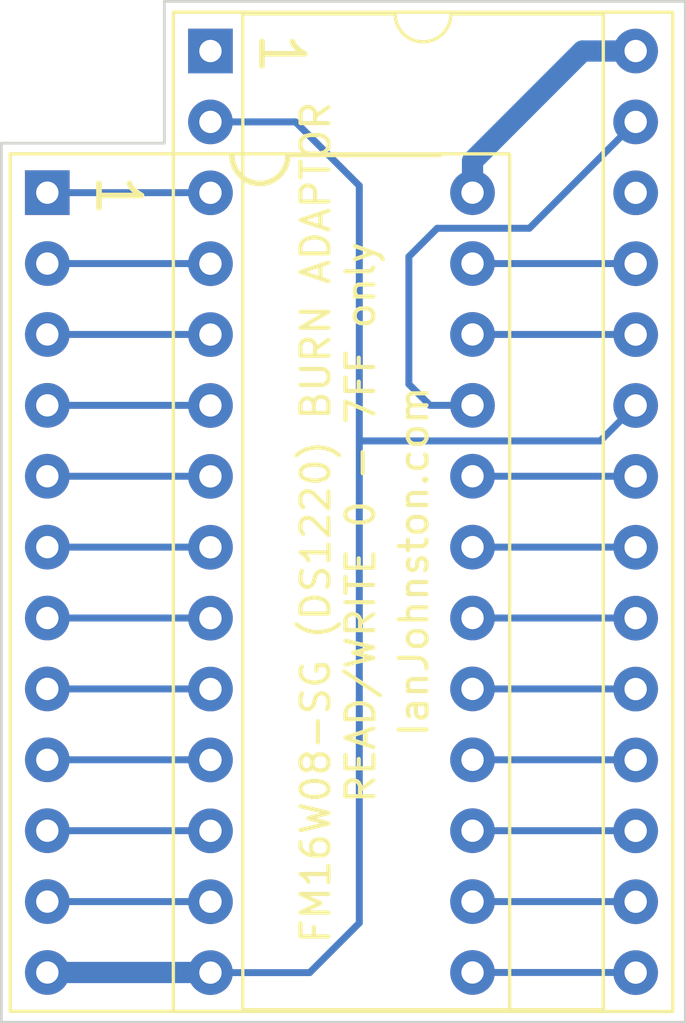
<source format=kicad_pcb>
(kicad_pcb (version 20240108) (generator "pcbnew") (generator_version "8.0")
  (layers (0 "F.Cu" signal) (31 "B.Cu" signal) (34 "B.Paste" user) (35 "F.Paste" user) (36 "B.SilkS" user "B.Silkscreen") (37 "F.SilkS" user "F.Silkscreen") (38 "B.Mask" user) (39 "F.Mask" user) (44 "Edge.Cuts" user))
  (net 0 "")
  (net 1 "Net-(SOCKET1-A7)")
  (net 2 "Net-(SOCKET1-A6)")
  (net 3 "Net-(SOCKET1-A5)")
  (net 4 "Net-(SOCKET1-A4)")
  (net 5 "Net-(SOCKET1-A3)")
  (net 6 "Net-(SOCKET1-A2)")
  (net 7 "Net-(SOCKET1-A1)")
  (net 8 "Net-(SOCKET1-A0)")
  (net 9 "Net-(SOCKET1-D0)")
  (net 10 "Net-(SOCKET1-D1)")
  (net 11 "Net-(SOCKET1-D2)")
  (net 12 "Net-(SOCKET1-GND)")
  (net 13 "Net-(SOCKET1-D3)")
  (net 14 "Net-(SOCKET1-D4)")
  (net 15 "Net-(SOCKET1-D5)")
  (net 16 "Net-(SOCKET1-D6)")
  (net 17 "Net-(SOCKET1-D7)")
  (net 18 "Net-(SOCKET1-~{CE})")
  (net 19 "Net-(SOCKET1-A10)")
  (net 20 "Net-(SOCKET1-~{OE})")
  (net 21 "Net-(SOCKET1-~{WE})")
  (net 22 "Net-(SOCKET1-A9)")
  (net 23 "Net-(SOCKET1-VCC)")
  (net 25 "Net-(SOCKET1-A8)")
  (footprint "Package_DIP:DIP-28_W15.24mm_Socket" (layer "F.Cu") (at 115.062 77.597)
    (property "Reference" "SOCKET2" (hide yes))
    (property "Value" "~" (hide yes))
    (fp_line (start -1.33 -1.39) (end -1.33 34.41) (stroke (width 0.12)) (layer "F.SilkS"))
    (fp_line (start -1.33 34.41) (end 16.57 34.41) (stroke (width 0.12)) (layer "F.SilkS"))
    (fp_line (start 1.16 -1.33) (end 1.16 34.35) (stroke (width 0.12)) (layer "F.SilkS"))
    (fp_line (start 1.16 34.35) (end 14.08 34.35) (stroke (width 0.12)) (layer "F.SilkS"))
    (fp_line (start 6.62 -1.33) (end 1.16 -1.33) (stroke (width 0.12)) (layer "F.SilkS"))
    (fp_line (start 14.08 -1.33) (end 8.62 -1.33) (stroke (width 0.12)) (layer "F.SilkS"))
    (fp_line (start 14.08 34.35) (end 14.08 -1.33) (stroke (width 0.12)) (layer "F.SilkS"))
    (fp_line (start 16.57 -1.39) (end -1.33 -1.39) (stroke (width 0.12)) (layer "F.SilkS"))
    (fp_line (start 16.57 34.41) (end 16.57 -1.39) (stroke (width 0.12)) (layer "F.SilkS"))
    (fp_arc (start 8.62 -1.33) (mid 7.62 -0.33) (end 6.62 -1.33) (stroke (width 0.12)) (layer "F.SilkS"))
    (pad "1" thru_hole rect (at 0 0) (size 1.6 1.6) (drill 0.8) (layers "*.Cu" "*.Mask"))
    (pad "2" thru_hole oval (at 0 2.54) (size 1.6 1.6) (drill 0.8) (layers "*.Cu" "*.Mask") (net 12 "Net-(SOCKET1-GND)"))
    (pad "3" thru_hole oval (at 0 5.08) (size 1.6 1.6) (drill 0.8) (layers "*.Cu" "*.Mask") (net 1 "Net-(SOCKET1-A7)"))
    (pad "4" thru_hole oval (at 0 7.62) (size 1.6 1.6) (drill 0.8) (layers "*.Cu" "*.Mask") (net 2 "Net-(SOCKET1-A6)"))
    (pad "5" thru_hole oval (at 0 10.16) (size 1.6 1.6) (drill 0.8) (layers "*.Cu" "*.Mask") (net 3 "Net-(SOCKET1-A5)"))
    (pad "6" thru_hole oval (at 0 12.7) (size 1.6 1.6) (drill 0.8) (layers "*.Cu" "*.Mask") (net 4 "Net-(SOCKET1-A4)"))
    (pad "7" thru_hole oval (at 0 15.24) (size 1.6 1.6) (drill 0.8) (layers "*.Cu" "*.Mask") (net 5 "Net-(SOCKET1-A3)"))
    (pad "8" thru_hole oval (at 0 17.78) (size 1.6 1.6) (drill 0.8) (layers "*.Cu" "*.Mask") (net 6 "Net-(SOCKET1-A2)"))
    (pad "9" thru_hole oval (at 0 20.32) (size 1.6 1.6) (drill 0.8) (layers "*.Cu" "*.Mask") (net 7 "Net-(SOCKET1-A1)"))
    (pad "10" thru_hole oval (at 0 22.86) (size 1.6 1.6) (drill 0.8) (layers "*.Cu" "*.Mask") (net 8 "Net-(SOCKET1-A0)"))
    (pad "11" thru_hole oval (at 0 25.4) (size 1.6 1.6) (drill 0.8) (layers "*.Cu" "*.Mask") (net 9 "Net-(SOCKET1-D0)"))
    (pad "12" thru_hole oval (at 0 27.94) (size 1.6 1.6) (drill 0.8) (layers "*.Cu" "*.Mask") (net 10 "Net-(SOCKET1-D1)"))
    (pad "13" thru_hole oval (at 0 30.48) (size 1.6 1.6) (drill 0.8) (layers "*.Cu" "*.Mask") (net 11 "Net-(SOCKET1-D2)"))
    (pad "14" thru_hole oval (at 0 33.02) (size 1.6 1.6) (drill 0.8) (layers "*.Cu" "*.Mask") (net 12 "Net-(SOCKET1-GND)"))
    (pad "15" thru_hole oval (at 15.24 33.02) (size 1.6 1.6) (drill 0.8) (layers "*.Cu" "*.Mask") (net 13 "Net-(SOCKET1-D3)"))
    (pad "16" thru_hole oval (at 15.24 30.48) (size 1.6 1.6) (drill 0.8) (layers "*.Cu" "*.Mask") (net 14 "Net-(SOCKET1-D4)"))
    (pad "17" thru_hole oval (at 15.24 27.94) (size 1.6 1.6) (drill 0.8) (layers "*.Cu" "*.Mask") (net 15 "Net-(SOCKET1-D5)"))
    (pad "18" thru_hole oval (at 15.24 25.4) (size 1.6 1.6) (drill 0.8) (layers "*.Cu" "*.Mask") (net 16 "Net-(SOCKET1-D6)"))
    (pad "19" thru_hole oval (at 15.24 22.86) (size 1.6 1.6) (drill 0.8) (layers "*.Cu" "*.Mask") (net 17 "Net-(SOCKET1-D7)"))
    (pad "20" thru_hole oval (at 15.24 20.32) (size 1.6 1.6) (drill 0.8) (layers "*.Cu" "*.Mask") (net 18 "Net-(SOCKET1-~{CE})"))
    (pad "21" thru_hole oval (at 15.24 17.78) (size 1.6 1.6) (drill 0.8) (layers "*.Cu" "*.Mask") (net 19 "Net-(SOCKET1-A10)"))
    (pad "22" thru_hole oval (at 15.24 15.24) (size 1.6 1.6) (drill 0.8) (layers "*.Cu" "*.Mask") (net 20 "Net-(SOCKET1-~{OE})"))
    (pad "23" thru_hole oval (at 15.24 12.7) (size 1.6 1.6) (drill 0.8) (layers "*.Cu" "*.Mask") (net 12 "Net-(SOCKET1-GND)"))
    (pad "24" thru_hole oval (at 15.24 10.16) (size 1.6 1.6) (drill 0.8) (layers "*.Cu" "*.Mask") (net 22 "Net-(SOCKET1-A9)"))
    (pad "25" thru_hole oval (at 15.24 7.62) (size 1.6 1.6) (drill 0.8) (layers "*.Cu" "*.Mask") (net 25 "Net-(SOCKET1-A8)"))
    (pad "26" thru_hole oval (at 15.24 5.08) (size 1.6 1.6) (drill 0.8) (layers "*.Cu" "*.Mask"))
    (pad "27" thru_hole oval (at 15.24 2.54) (size 1.6 1.6) (drill 0.8) (layers "*.Cu" "*.Mask") (net 21 "Net-(SOCKET1-~{WE})"))
    (pad "28" thru_hole oval (at 15.24 0) (size 1.6 1.6) (drill 0.8) (layers "*.Cu" "*.Mask") (net 23 "Net-(SOCKET1-VCC)"))
  )
  (footprint "Package_DIP:DIP-24_W15.24mm_Socket" (layer "F.Cu") (at 109.215 82.672)
    (property "Reference" "SOCKET1" (hide yes))
    (property "Value" "~" (hide yes))
    (fp_line (start -1.33 -1.39) (end -1.33 29.33) (stroke (width 0.12)) (layer "F.SilkS"))
    (fp_line (start -1.33 29.33) (end 16.57 29.33) (stroke (width 0.12)) (layer "F.SilkS"))
    (fp_line (start 14.08 -1.33) (end 8.62 -1.33) (stroke (width 0.12)) (layer "F.SilkS"))
    (fp_line (start 16.57 -1.39) (end -1.33 -1.39) (stroke (width 0.12)) (layer "F.SilkS"))
    (fp_line (start 16.57 29.33) (end 16.57 -1.39) (stroke (width 0.12)) (layer "F.SilkS"))
    (fp_arc (start 8.62 -1.33) (mid 7.62 -0.33) (end 6.62 -1.33) (stroke (width 0.2)) (layer "F.SilkS"))
    (pad "1" thru_hole rect (at 0 0) (size 1.6 1.6) (drill 0.8) (layers "*.Cu" "*.Mask") (net 1 "Net-(SOCKET1-A7)"))
    (pad "2" thru_hole oval (at 0 2.54) (size 1.6 1.6) (drill 0.8) (layers "*.Cu" "*.Mask") (net 2 "Net-(SOCKET1-A6)"))
    (pad "3" thru_hole oval (at 0 5.08) (size 1.6 1.6) (drill 0.8) (layers "*.Cu" "*.Mask") (net 3 "Net-(SOCKET1-A5)"))
    (pad "4" thru_hole oval (at 0 7.62) (size 1.6 1.6) (drill 0.8) (layers "*.Cu" "*.Mask") (net 4 "Net-(SOCKET1-A4)"))
    (pad "5" thru_hole oval (at 0 10.16) (size 1.6 1.6) (drill 0.8) (layers "*.Cu" "*.Mask") (net 5 "Net-(SOCKET1-A3)"))
    (pad "6" thru_hole oval (at 0 12.7) (size 1.6 1.6) (drill 0.8) (layers "*.Cu" "*.Mask") (net 6 "Net-(SOCKET1-A2)"))
    (pad "7" thru_hole oval (at 0 15.24) (size 1.6 1.6) (drill 0.8) (layers "*.Cu" "*.Mask") (net 7 "Net-(SOCKET1-A1)"))
    (pad "8" thru_hole oval (at 0 17.78) (size 1.6 1.6) (drill 0.8) (layers "*.Cu" "*.Mask") (net 8 "Net-(SOCKET1-A0)"))
    (pad "9" thru_hole oval (at 0 20.32) (size 1.6 1.6) (drill 0.8) (layers "*.Cu" "*.Mask") (net 9 "Net-(SOCKET1-D0)"))
    (pad "10" thru_hole oval (at 0 22.86) (size 1.6 1.6) (drill 0.8) (layers "*.Cu" "*.Mask") (net 10 "Net-(SOCKET1-D1)"))
    (pad "11" thru_hole oval (at 0 25.4) (size 1.6 1.6) (drill 0.8) (layers "*.Cu" "*.Mask") (net 11 "Net-(SOCKET1-D2)"))
    (pad "12" thru_hole oval (at 0 27.94) (size 1.6 1.6) (drill 0.8) (layers "*.Cu" "*.Mask") (net 12 "Net-(SOCKET1-GND)"))
    (pad "13" thru_hole oval (at 15.24 27.94) (size 1.6 1.6) (drill 0.8) (layers "*.Cu" "*.Mask") (net 13 "Net-(SOCKET1-D3)"))
    (pad "14" thru_hole oval (at 15.24 25.4) (size 1.6 1.6) (drill 0.8) (layers "*.Cu" "*.Mask") (net 14 "Net-(SOCKET1-D4)"))
    (pad "15" thru_hole oval (at 15.24 22.86) (size 1.6 1.6) (drill 0.8) (layers "*.Cu" "*.Mask") (net 15 "Net-(SOCKET1-D5)"))
    (pad "16" thru_hole oval (at 15.24 20.32) (size 1.6 1.6) (drill 0.8) (layers "*.Cu" "*.Mask") (net 16 "Net-(SOCKET1-D6)"))
    (pad "17" thru_hole oval (at 15.24 17.78) (size 1.6 1.6) (drill 0.8) (layers "*.Cu" "*.Mask") (net 17 "Net-(SOCKET1-D7)"))
    (pad "18" thru_hole oval (at 15.24 15.24) (size 1.6 1.6) (drill 0.8) (layers "*.Cu" "*.Mask") (net 18 "Net-(SOCKET1-~{CE})"))
    (pad "19" thru_hole oval (at 15.24 12.7) (size 1.6 1.6) (drill 0.8) (layers "*.Cu" "*.Mask") (net 19 "Net-(SOCKET1-A10)"))
    (pad "20" thru_hole oval (at 15.24 10.16) (size 1.6 1.6) (drill 0.8) (layers "*.Cu" "*.Mask") (net 20 "Net-(SOCKET1-~{OE})"))
    (pad "21" thru_hole oval (at 15.24 7.62) (size 1.6 1.6) (drill 0.8) (layers "*.Cu" "*.Mask") (net 21 "Net-(SOCKET1-~{WE})"))
    (pad "22" thru_hole oval (at 15.24 5.08) (size 1.6 1.6) (drill 0.8) (layers "*.Cu" "*.Mask") (net 22 "Net-(SOCKET1-A9)"))
    (pad "23" thru_hole oval (at 15.24 2.54) (size 1.6 1.6) (drill 0.8) (layers "*.Cu" "*.Mask") (net 25 "Net-(SOCKET1-A8)"))
    (pad "24" thru_hole oval (at 15.24 0) (size 1.6 1.6) (drill 0.8) (layers "*.Cu" "*.Mask") (net 23 "Net-(SOCKET1-VCC)"))
  )
  (gr_line (start 107.569 80.899) (end 113.411 80.899) (stroke (width 0.1)) (layer "Edge.Cuts"))
  (gr_line (start 107.569 112.395) (end 107.569 80.899) (stroke (width 0.1)) (layer "Edge.Cuts"))
  (gr_line (start 132.08 112.395) (end 107.569 112.395) (stroke (width 0.1)) (layer "Edge.Cuts"))
  (gr_line (start 113.411 75.819) (end 132.08 75.819) (stroke (width 0.1)) (layer "Edge.Cuts"))
  (gr_line (start 113.411 80.899) (end 113.411 75.819) (stroke (width 0.1)) (layer "Edge.Cuts"))
  (gr_line (start 132.08 75.819) (end 132.08 112.395) (stroke (width 0.1)) (layer "Edge.Cuts"))
  (gr_text "IanJohnston.com" (at 122.936 95.885 90) (layer "F.SilkS") (effects (font (size 1 1)) (justify bottom)))
  (gr_text "FM16W08-SG (DS1220) BURN ADAPTOR\nREAD/WRITE 0 - 7FF only" (at 121.031 94.488 90) (layer "F.SilkS") (effects (font (size 1 1)) (justify bottom)))
  (gr_text "1" (at 116.713 76.835 270) (layer "F.SilkS") (effects (font (size 1.524 1.524) (thickness 0.2032)) (justify left bottom)))
  (gr_text "1" (at 110.871 81.915 270) (layer "F.SilkS") (effects (font (size 1.524 1.524) (thickness 0.2032)) (justify left bottom)))
  (segment (start 109.215 82.672) (end 115.057 82.672) (width 0.25) (layer "B.Cu") (net 1))
  (segment (start 115.057 82.672) (end 115.062 82.677) (width 0.25) (layer "B.Cu") (net 1))
  (segment (start 115.057 85.212) (end 115.062 85.217) (width 0.25) (layer "B.Cu") (net 2))
  (segment (start 109.215 85.212) (end 115.057 85.212) (width 0.25) (layer "B.Cu") (net 2))
  (segment (start 115.057 87.752) (end 115.062 87.757) (width 0.25) (layer "B.Cu") (net 3))
  (segment (start 109.215 87.752) (end 115.057 87.752) (width 0.25) (layer "B.Cu") (net 3))
  (segment (start 109.215 90.292) (end 115.057 90.292) (width 0.25) (layer "B.Cu") (net 4))
  (segment (start 115.057 90.292) (end 115.062 90.297) (width 0.25) (layer "B.Cu") (net 4))
  (segment (start 115.057 92.832) (end 115.062 92.837) (width 0.25) (layer "B.Cu") (net 5))
  (segment (start 109.215 92.832) (end 115.057 92.832) (width 0.25) (layer "B.Cu") (net 5))
  (segment (start 109.215 95.372) (end 115.057 95.372) (width 0.25) (layer "B.Cu") (net 6))
  (segment (start 115.057 95.372) (end 115.062 95.377) (width 0.25) (layer "B.Cu") (net 6))
  (segment (start 109.215 97.912) (end 115.057 97.912) (width 0.25) (layer "B.Cu") (net 7))
  (segment (start 115.057 97.912) (end 115.062 97.917) (width 0.25) (layer "B.Cu") (net 7))
  (segment (start 109.215 100.452) (end 115.057 100.452) (width 0.25) (layer "B.Cu") (net 8))
  (segment (start 115.057 100.452) (end 115.062 100.457) (width 0.25) (layer "B.Cu") (net 8))
  (segment (start 115.057 102.992) (end 115.062 102.997) (width 0.25) (layer "B.Cu") (net 9))
  (segment (start 109.215 102.992) (end 115.057 102.992) (width 0.25) (layer "B.Cu") (net 9))
  (segment (start 109.215 105.532) (end 115.057 105.532) (width 0.25) (layer "B.Cu") (net 10))
  (segment (start 115.057 105.532) (end 115.062 105.537) (width 0.25) (layer "B.Cu") (net 10))
  (segment (start 115.057 108.072) (end 115.062 108.077) (width 0.25) (layer "B.Cu") (net 11))
  (segment (start 109.215 108.072) (end 115.057 108.072) (width 0.25) (layer "B.Cu") (net 11))
  (segment (start 120.396 91.567) (end 120.396 82.423) (width 0.25) (layer "B.Cu") (net 12))
  (segment (start 118.618 110.617) (end 120.396 108.839) (width 0.25) (layer "B.Cu") (net 12))
  (segment (start 115.057 110.612) (end 115.062 110.617) (width 0.25) (layer "B.Cu") (net 12))
  (segment (start 109.215 110.612) (end 115.057 110.612) (width 0.762) (layer "B.Cu") (net 12))
  (segment (start 120.396 82.423) (end 118.11 80.137) (width 0.25) (layer "B.Cu") (net 12))
  (segment (start 120.396 91.567) (end 129.032 91.567) (width 0.25) (layer "B.Cu") (net 12))
  (segment (start 115.062 110.617) (end 118.618 110.617) (width 0.25) (layer "B.Cu") (net 12))
  (segment (start 120.396 108.839) (end 120.396 91.567) (width 0.25) (layer "B.Cu") (net 12))
  (segment (start 118.11 80.137) (end 115.062 80.137) (width 0.25) (layer "B.Cu") (net 12))
  (segment (start 129.032 91.567) (end 130.302 90.297) (width 0.25) (layer "B.Cu") (net 12))
  (segment (start 130.297 110.612) (end 130.302 110.617) (width 0.25) (layer "B.Cu") (net 13))
  (segment (start 124.455 110.612) (end 130.297 110.612) (width 0.25) (layer "B.Cu") (net 13))
  (segment (start 124.455 108.072) (end 130.297 108.072) (width 0.25) (layer "B.Cu") (net 14))
  (segment (start 130.297 108.072) (end 130.302 108.077) (width 0.25) (layer "B.Cu") (net 14))
  (segment (start 124.455 105.532) (end 130.297 105.532) (width 0.25) (layer "B.Cu") (net 15))
  (segment (start 130.297 105.532) (end 130.302 105.537) (width 0.25) (layer "B.Cu") (net 15))
  (segment (start 130.297 102.992) (end 130.302 102.997) (width 0.25) (layer "B.Cu") (net 16))
  (segment (start 124.455 102.992) (end 130.297 102.992) (width 0.25) (layer "B.Cu") (net 16))
  (segment (start 124.455 100.452) (end 130.297 100.452) (width 0.25) (layer "B.Cu") (net 17))
  (segment (start 130.297 100.452) (end 130.302 100.457) (width 0.25) (layer "B.Cu") (net 17))
  (segment (start 130.297 97.912) (end 130.302 97.917) (width 0.25) (layer "B.Cu") (net 18))
  (segment (start 124.455 97.912) (end 130.297 97.912) (width 0.25) (layer "B.Cu") (net 18))
  (segment (start 130.297 95.372) (end 130.302 95.377) (width 0.25) (layer "B.Cu") (net 19))
  (segment (start 124.455 95.372) (end 130.297 95.372) (width 0.25) (layer "B.Cu") (net 19))
  (segment (start 130.297 92.832) (end 130.302 92.837) (width 0.25) (layer "B.Cu") (net 20))
  (segment (start 124.455 92.832) (end 130.297 92.832) (width 0.25) (layer "B.Cu") (net 20))
  (segment (start 122.174 89.535) (end 122.174 84.963) (width 0.25) (layer "B.Cu") (net 21))
  (segment (start 123.19 83.947) (end 126.492 83.947) (width 0.25) (layer "B.Cu") (net 21))
  (segment (start 124.455 90.292) (end 122.931 90.292) (width 0.25) (layer "B.Cu") (net 21))
  (segment (start 126.492 83.947) (end 130.302 80.137) (width 0.25) (layer "B.Cu") (net 21))
  (segment (start 122.931 90.292) (end 122.174 89.535) (width 0.25) (layer "B.Cu") (net 21))
  (segment (start 122.174 84.963) (end 123.19 83.947) (width 0.25) (layer "B.Cu") (net 21))
  (segment (start 124.455 87.752) (end 130.297 87.752) (width 0.25) (layer "B.Cu") (net 22))
  (segment (start 130.297 87.752) (end 130.302 87.757) (width 0.25) (layer "B.Cu") (net 22))
  (segment (start 124.455 82.672) (end 124.455 81.539) (width 0.762) (layer "B.Cu") (net 23))
  (segment (start 128.397 77.597) (end 130.302 77.597) (width 0.762) (layer "B.Cu") (net 23))
  (segment (start 124.455 81.539) (end 128.397 77.597) (width 0.762) (layer "B.Cu") (net 23))
  (segment (start 124.455 85.212) (end 130.297 85.212) (width 0.25) (layer "B.Cu") (net 25))
  (segment (start 130.297 85.212) (end 130.302 85.217) (width 0.25) (layer "B.Cu") (net 25))
)
</source>
